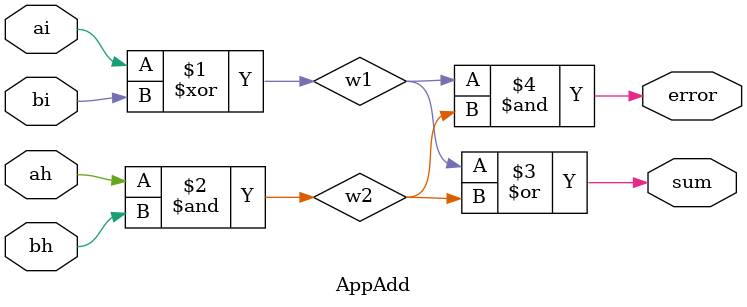
<source format=v>


module AppAdd(sum, error, ai, bi, ah, bh);

input ai, bi, ah, bh;
output sum, error;

wire w1, w2;

xor xor_1(w1, ai, bi);
and and_1(w2, ah, bh);

or or_1(sum, w1, w2);
and and_2(error, w1, w2);

endmodule
</source>
